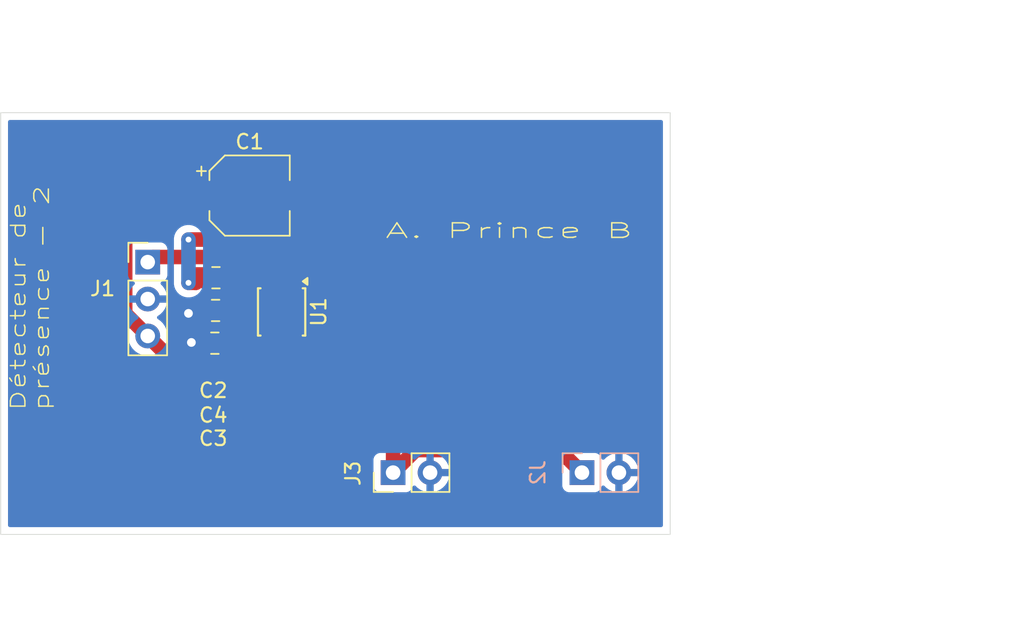
<source format=kicad_pcb>
(kicad_pcb (version 20240108) (generator "pcbnew") (generator_version "8.0")
  (title_block (date "29/12/2024") (rev "V1"))
  (layers (0 "F.Cu" signal) (31 "B.Cu" mixed) (34 "B.Paste" user) (35 "F.Paste" user) (36 "B.SilkS" user "B.Silkscreen") (37 "F.SilkS" user "F.Silkscreen") (38 "B.Mask" user) (39 "F.Mask" user) (44 "Edge.Cuts" user))
  (net 0 "")
  (net 1 "VCC")
  (net 2 "Net-(C1-Pad2)")
  (net 3 "VEE")
  (net 4 "GND")
  (footprint "Capacitor_SMD:C_0805_2012Metric_Pad1.18x1.45mm_HandSolder" (layer "F.Cu") (at 39.7875 36.35)
    (property "Reference" "C2" (at -0.1875 7.75 360) (layer "F.SilkS"))
    (property "Value" "10u")
    (fp_line (start -0.261252 -0.735) (end 0.261252 -0.735) (stroke (width 0.12)) (layer "F.SilkS"))
    (fp_line (start -0.261252 0.735) (end 0.261252 0.735) (stroke (width 0.12)) (layer "F.SilkS"))
    (pad "1" smd roundrect (at -1.0375 0) (size 1.175 1.45) (layers "F.Cu" "F.Paste" "F.Mask") (roundrect_rratio 0.212766) (net 2 "Net-(C1-Pad2)"))
    (pad "2" smd roundrect (at 1.0375 0) (size 1.175 1.45) (layers "F.Cu" "F.Paste" "F.Mask") (roundrect_rratio 0.212766) (net 3 "VEE"))
  )
  (footprint "Connector_PinHeader_2.54mm:PinHeader_1x02_P2.54mm_Vertical" (layer "F.Cu") (at 51.96 49.75 90)
    (property "Reference" "J3" (at -0.05 -2.76 90) (layer "F.SilkS"))
    (property "Value" "Conn_01x02" (hide yes))
    (fp_line (start -1.33 -1.33) (end 0 -1.33) (stroke (width 0.12)) (layer "F.SilkS"))
    (fp_line (start -1.33 0) (end -1.33 -1.33) (stroke (width 0.12)) (layer "F.SilkS"))
    (fp_line (start 1.33 1.27) (end 1.33 3.87) (stroke (width 0.12)) (layer "F.SilkS"))
    (fp_line (start -1.33 1.27) (end 1.33 1.27) (stroke (width 0.12)) (layer "F.SilkS"))
    (fp_line (start -1.33 1.27) (end -1.33 3.87) (stroke (width 0.12)) (layer "F.SilkS"))
    (fp_line (start -1.33 3.87) (end 1.33 3.87) (stroke (width 0.12)) (layer "F.SilkS"))
    (pad "1" thru_hole rect (at 0 0 90) (size 1.7 1.7) (drill 1) (layers "*.Cu" "*.Mask") (net 3 "VEE"))
    (pad "2" thru_hole oval (at 0 2.54 90) (size 1.7 1.7) (drill 1) (layers "*.Cu" "*.Mask") (net 4 "GND"))
  )
  (footprint "Capacitor_SMD:CP_Elec_5x5.4" (layer "F.Cu") (at 42.1 30.7)
    (property "Reference" "C1" (at 0 -3.7 0) (layer "F.SilkS"))
    (property "Value" "47u")
    (fp_line (start -3.625 -1.685) (end -3 -1.685) (stroke (width 0.12)) (layer "F.SilkS"))
    (fp_line (start -3.3125 -1.9975) (end -3.3125 -1.3725) (stroke (width 0.12)) (layer "F.SilkS"))
    (fp_line (start -2.76 -1.695563) (end -2.76 -1.06) (stroke (width 0.12)) (layer "F.SilkS"))
    (fp_line (start -2.76 -1.695563) (end -1.695563 -2.76) (stroke (width 0.12)) (layer "F.SilkS"))
    (fp_line (start -2.76 1.695563) (end -2.76 1.06) (stroke (width 0.12)) (layer "F.SilkS"))
    (fp_line (start -2.76 1.695563) (end -1.695563 2.76) (stroke (width 0.12)) (layer "F.SilkS"))
    (fp_line (start -1.695563 -2.76) (end 2.76 -2.76) (stroke (width 0.12)) (layer "F.SilkS"))
    (fp_line (start -1.695563 2.76) (end 2.76 2.76) (stroke (width 0.12)) (layer "F.SilkS"))
    (fp_line (start 2.76 -2.76) (end 2.76 -1.06) (stroke (width 0.12)) (layer "F.SilkS"))
    (fp_line (start 2.76 2.76) (end 2.76 1.06) (stroke (width 0.12)) (layer "F.SilkS"))
    (pad "1" smd roundrect (at -2.2 0) (size 3 1.6) (layers "F.Cu" "F.Paste" "F.Mask") (roundrect_rratio 0.15625) (net 1 "VCC"))
    (pad "2" smd roundrect (at 2.2 0) (size 3 1.6) (layers "F.Cu" "F.Paste" "F.Mask") (roundrect_rratio 0.15625) (net 2 "Net-(C1-Pad2)"))
  )
  (footprint "Capacitor_SMD:C_0805_2012Metric_Pad1.18x1.45mm_HandSolder" (layer "F.Cu") (at 39.7125 40.85 180)
    (property "Reference" "C3" (at 0.1125 -6.55 360) (layer "F.SilkS"))
    (property "Value" "100n")
    (fp_line (start -0.261252 0.735) (end 0.261252 0.735) (stroke (width 0.12)) (layer "F.SilkS"))
    (fp_line (start -0.261252 -0.735) (end 0.261252 -0.735) (stroke (width 0.12)) (layer "F.SilkS"))
    (pad "1" smd roundrect (at -1.0375 0 180) (size 1.175 1.45) (layers "F.Cu" "F.Paste" "F.Mask") (roundrect_rratio 0.212766) (net 1 "VCC"))
    (pad "2" smd roundrect (at 1.0375 0 180) (size 1.175 1.45) (layers "F.Cu" "F.Paste" "F.Mask") (roundrect_rratio 0.212766) (net 4 "GND"))
  )
  (footprint "Package_SO:TSSOP-8_3x3mm_P0.65mm" (layer "F.Cu") (at 44.3 38.7 -90)
    (property "Reference" "U1" (at 0 -2.55 90) (layer "F.SilkS"))
    (property "Value" "LMV358")
    (fp_line (start -1.625 1.625) (end 1.625 1.625) (stroke (width 0.15)) (layer "F.SilkS"))
    (fp_line (start -1.625 1.45) (end -1.625 1.625) (stroke (width 0.15)) (layer "F.SilkS"))
    (fp_line (start 1.625 1.45) (end 1.625 1.625) (stroke (width 0.15)) (layer "F.SilkS"))
    (fp_line (start -1.625 -1.625) (end -1.625 -1.45) (stroke (width 0.15)) (layer "F.SilkS"))
    (fp_line (start -1.625 -1.625) (end 1.625 -1.625) (stroke (width 0.15)) (layer "F.SilkS"))
    (fp_line (start 1.625 -1.625) (end 1.625 -1.45) (stroke (width 0.15)) (layer "F.SilkS"))
    (fp_poly (pts (xy -2.1 -1.45) (xy -2.34 -1.78) (xy -1.86 -1.78) (xy -2.1 -1.45)) (stroke (width 0.12)) (fill solid) (layer "F.SilkS"))
    (pad "1" smd rect (at -2.15 -0.975 270) (size 1.1 0.4) (layers "F.Cu" "F.Paste" "F.Mask"))
    (pad "2" smd rect (at -2.15 -0.325 270) (size 1.1 0.4) (layers "F.Cu" "F.Paste" "F.Mask"))
    (pad "3" smd rect (at -2.15 0.325 270) (size 1.1 0.4) (layers "F.Cu" "F.Paste" "F.Mask"))
    (pad "4" smd rect (at -2.15 0.975 270) (size 1.1 0.4) (layers "F.Cu" "F.Paste" "F.Mask") (net 3 "VEE"))
    (pad "5" smd rect (at 2.15 0.975 270) (size 1.1 0.4) (layers "F.Cu" "F.Paste" "F.Mask"))
    (pad "6" smd rect (at 2.15 0.325 270) (size 1.1 0.4) (layers "F.Cu" "F.Paste" "F.Mask"))
    (pad "7" smd rect (at 2.15 -0.325 270) (size 1.1 0.4) (layers "F.Cu" "F.Paste" "F.Mask"))
    (pad "8" smd rect (at 2.15 -0.975 270) (size 1.1 0.4) (layers "F.Cu" "F.Paste" "F.Mask") (net 1 "VCC"))
  )
  (footprint "Capacitor_SMD:C_0805_2012Metric_Pad1.18x1.45mm_HandSolder" (layer "F.Cu") (at 39.7625 38.6)
    (property "Reference" "C4" (at -0.1625 7.2 360) (layer "F.SilkS"))
    (property "Value" "100n")
    (fp_line (start -0.261252 -0.735) (end 0.261252 -0.735) (stroke (width 0.12)) (layer "F.SilkS"))
    (fp_line (start -0.261252 0.735) (end 0.261252 0.735) (stroke (width 0.12)) (layer "F.SilkS"))
    (pad "1" smd roundrect (at -1.0375 0) (size 1.175 1.45) (layers "F.Cu" "F.Paste" "F.Mask") (roundrect_rratio 0.212766) (net 4 "GND"))
    (pad "2" smd roundrect (at 1.0375 0) (size 1.175 1.45) (layers "F.Cu" "F.Paste" "F.Mask") (roundrect_rratio 0.212766) (net 3 "VEE"))
  )
  (footprint "Connector_PinHeader_2.54mm:PinHeader_1x03_P2.54mm_Vertical" (layer "F.Cu") (at 35.1 35.275)
    (property "Reference" "J1" (at -3.1 1.825 360) (layer "F.SilkS"))
    (property "Value" "Alimentation")
    (fp_line (start -1.33 -1.33) (end 0 -1.33) (stroke (width 0.12)) (layer "F.SilkS"))
    (fp_line (start -1.33 0) (end -1.33 -1.33) (stroke (width 0.12)) (layer "F.SilkS"))
    (fp_line (start -1.33 1.27) (end -1.33 6.41) (stroke (width 0.12)) (layer "F.SilkS"))
    (fp_line (start -1.33 1.27) (end 1.33 1.27) (stroke (width 0.12)) (layer "F.SilkS"))
    (fp_line (start -1.33 6.41) (end 1.33 6.41) (stroke (width 0.12)) (layer "F.SilkS"))
    (fp_line (start 1.33 1.27) (end 1.33 6.41) (stroke (width 0.12)) (layer "F.SilkS"))
    (pad "1" thru_hole rect (at 0 0) (size 1.7 1.7) (drill 1) (layers "*.Cu" "*.Mask") (net 3 "VEE"))
    (pad "2" thru_hole oval (at 0 2.54) (size 1.7 1.7) (drill 1) (layers "*.Cu" "*.Mask") (net 4 "GND"))
    (pad "3" thru_hole oval (at 0 5.08) (size 1.7 1.7) (drill 1) (layers "*.Cu" "*.Mask") (net 1 "VCC"))
  )
  (footprint "Connector_PinHeader_2.54mm:PinHeader_1x02_P2.54mm_Vertical" (layer "B.Cu") (at 64.935 49.75 -90)
    (property "Reference" "J2" (at 0 3.035 90) (layer "B.SilkS") (effects (justify mirror)))
    (property "Value" "Conn_01x02")
    (fp_line (start -1.33 1.33) (end -1.33 0) (stroke (width 0.12)) (layer "B.SilkS"))
    (fp_line (start 0 1.33) (end -1.33 1.33) (stroke (width 0.12)) (layer "B.SilkS"))
    (fp_line (start 1.33 -1.27) (end -1.33 -1.27) (stroke (width 0.12)) (layer "B.SilkS"))
    (fp_line (start -1.33 -3.87) (end -1.33 -1.27) (stroke (width 0.12)) (layer "B.SilkS"))
    (fp_line (start 1.33 -3.87) (end 1.33 -1.27) (stroke (width 0.12)) (layer "B.SilkS"))
    (fp_line (start 1.33 -3.87) (end -1.33 -3.87) (stroke (width 0.12)) (layer "B.SilkS"))
    (pad "1" thru_hole rect (at 0 0 270) (size 1.7 1.7) (drill 1) (layers "*.Cu" "*.Mask") (net 3 "VEE"))
    (pad "2" thru_hole oval (at 0 -2.54 270) (size 1.7 1.7) (drill 1) (layers "*.Cu" "*.Mask") (net 4 "GND"))
  )
  (gr_rect (start 25 25) (end 71 54) (stroke (width 0.05)) (fill none) (layer "Edge.Cuts"))
  (gr_text "Détecteur de \nprésence - 2" (at 28.4 45.6 90) (layer "F.SilkS") (effects (font (size 1 1.5) (thickness 0.1)) (justify left bottom)))
  (gr_text "A. Prince B" (at 51.3 33.7 0) (layer "F.SilkS") (effects (font (size 1 2) (thickness 0.1)) (justify left bottom)))
  (segment (start 37.02 42.275) (end 35.1 40.355) (width 1) (layer "F.Cu") (net 1))
  (segment (start 40.05 42.275) (end 37.02 42.275) (width 1) (layer "F.Cu") (net 1))
  (segment (start 45.2 42.6) (end 45.525 42.275) (width 1) (layer "F.Cu") (net 1))
  (segment (start 33.55 33.725) (end 33.55 38.805) (width 1) (layer "F.Cu") (net 1))
  (segment (start 38.4 32.2) (end 35.075 32.2) (width 1) (layer "F.Cu") (net 1))
  (segment (start 35.075 32.2) (end 33.55 33.725) (width 1) (layer "F.Cu") (net 1))
  (segment (start 40.75 41.65) (end 41.7 42.6) (width 1) (layer "F.Cu") (net 1))
  (segment (start 40.75 41.575) (end 40.05 42.275) (width 1) (layer "F.Cu") (net 1))
  (segment (start 33.55 38.805) (end 35.1 40.355) (width 1) (layer "F.Cu") (net 1))
  (segment (start 41.7 42.6) (end 45.2 42.6) (width 1) (layer "F.Cu") (net 1))
  (segment (start 40.75 40.85) (end 40.75 41.65) (width 1) (layer "F.Cu") (net 1))
  (segment (start 40.75 40.85) (end 40.75 41.575) (width 1) (layer "F.Cu") (net 1))
  (segment (start 45.525 42.275) (end 45.525 40.85) (width 1) (layer "F.Cu") (net 1))
  (segment (start 39.9 30.7) (end 38.4 32.2) (width 1) (layer "F.Cu") (net 1))
  (segment (start 38.4 36.7) (end 38.75 36.35) (width 1) (layer "F.Cu") (net 2))
  (segment (start 37.9 36.7) (end 38.4 36.7) (width 1) (layer "F.Cu") (net 2))
  (segment (start 44.3 30.7) (end 41.275 33.725) (width 1) (layer "F.Cu") (net 2))
  (segment (start 41.275 33.725) (end 37.9 33.725) (width 1) (layer "F.Cu") (net 2))
  (via (at 37.9 36.7) (size 0.8) (drill 0.4) (layers "F.Cu" "B.Cu") (net 2))
  (via (at 37.9 33.725) (size 0.8) (drill 0.4) (layers "F.Cu" "B.Cu") (net 2))
  (segment (start 37.9 33.725) (end 37.9 36.7) (width 1) (layer "B.Cu") (net 2))
  (segment (start 43.075 36.35) (end 40.825 36.35) (width 1) (layer "F.Cu") (net 3))
  (segment (start 40.825 38.575) (end 40.8 38.6) (width 1) (layer "F.Cu") (net 3))
  (segment (start 63.385 48.2) (end 64.935 49.75) (width 1) (layer "F.Cu") (net 3))
  (segment (start 51.96 49.75) (end 53.51 48.2) (width 1) (layer "F.Cu") (net 3))
  (segment (start 40.825 36.26207) (end 40.825 36.35) (width 1) (layer "F.Cu") (net 3))
  (segment (start 51.96 41.085) (end 46.175 35.3) (width 1) (layer "F.Cu") (net 3))
  (segment (start 35.1 35.275) (end 35.45 34.925) (width 1) (layer "F.Cu") (net 3))
  (segment (start 53.51 48.2) (end 63.385 48.2) (width 1) (layer "F.Cu") (net 3))
  (segment (start 35.45 34.925) (end 39.48793 34.925) (width 1) (layer "F.Cu") (net 3))
  (segment (start 46.175 35.3) (end 43.075 35.3) (width 1) (layer "F.Cu") (net 3))
  (segment (start 51.96 49.75) (end 51.96 41.085) (width 1) (layer "F.Cu") (net 3))
  (segment (start 39.48793 34.925) (end 40.825 36.26207) (width 1) (layer "F.Cu") (net 3))
  (segment (start 43.075 35.3) (end 43.075 36.35) (width 1) (layer "F.Cu") (net 3))
  (segment (start 40.825 36.35) (end 40.825 38.575) (width 1) (layer "F.Cu") (net 3))
  (segment (start 38.675 40.85) (end 38.15 40.85) (width 1) (layer "F.Cu") (net 4))
  (segment (start 38.725 38.6) (end 38.1 38.6) (width 1) (layer "F.Cu") (net 4))
  (segment (start 38.1 38.6) (end 37.9 38.8) (width 1) (layer "F.Cu") (net 4))
  (segment (start 38.15 40.85) (end 38.1 40.8) (width 1) (layer "F.Cu") (net 4))
  (via (at 37.9 38.8) (size 1) (drill 0.6) (layers "F.Cu" "B.Cu") (net 4))
  (via (at 38.1 40.8) (size 1) (drill 0.6) (layers "F.Cu" "B.Cu") (net 4))
  (zone (net 4) (net_name "GND") (layer "B.Cu") (connect_pads (clearance 0.5)) (min_thickness 0.25) (fill yes (thermal_gap 0.5) (thermal_bridge_width 0.5))
    (polygon (pts (xy 25 25.1) (xy 71 25) (xy 70.9 54) (xy 25 54)))
  )
)
</source>
